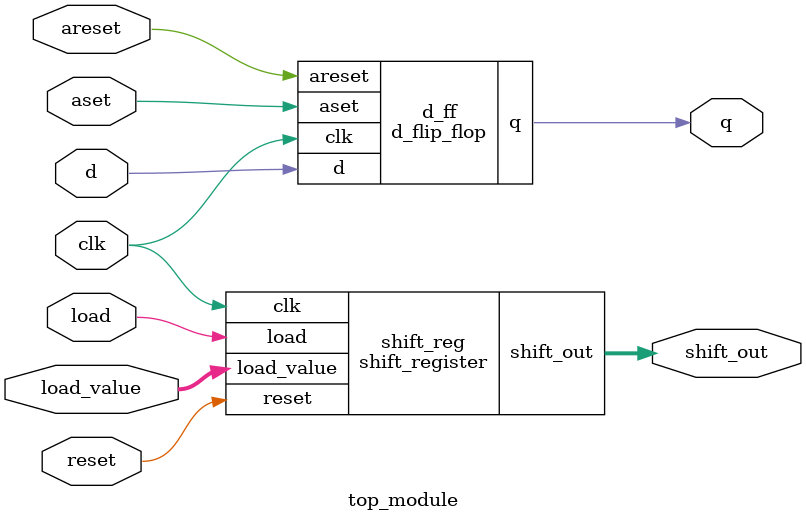
<source format=v>

module shift_register (
    input clk,
    input reset,
    input load,
    input [3:0] load_value,
    output [3:0] shift_out
);

reg [3:0] shift_reg;

always @(posedge clk, negedge reset) begin
    if (!reset) begin
        shift_reg <= 4'b0;
    end else if (load) begin
        shift_reg <= load_value;
    end else begin
        shift_reg <= {shift_reg[2:0], 1'b0};
    end
end

assign shift_out = shift_reg;

endmodule

module d_flip_flop (
    input clk,
    input d,
    input aset,
    input areset,
    output q
);

reg q;

always @(posedge clk, negedge areset) begin
    if (!areset) begin
        q <= 1'b0;
    end else if (aset) begin
        q <= 1'b1;
    end else begin
        q <= d;
    end
end

endmodule

module top_module (
    input clk,
    input reset,
    input load,
    input [3:0] load_value,
    input d,
    input aset,
    input areset,
    output q,
    output [3:0] shift_out
);

shift_register shift_reg (
    .clk(clk),
    .reset(reset),
    .load(load),
    .load_value(load_value),
    .shift_out(shift_out)
);

d_flip_flop d_ff (
    .clk(clk),
    .d(d),
    .aset(aset),
    .areset(areset),
    .q(q)
);

endmodule

</source>
